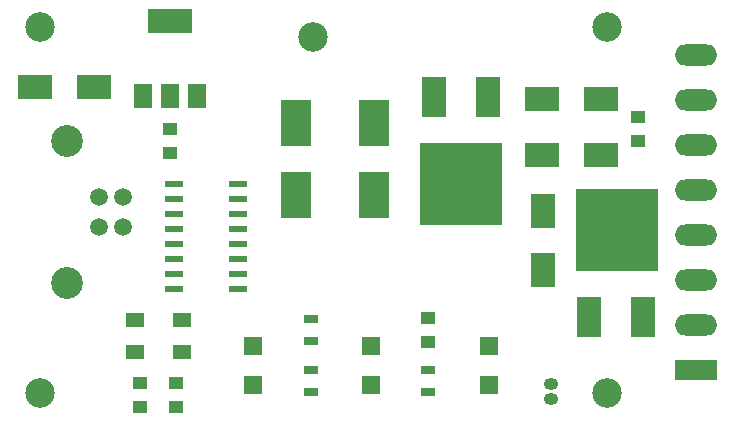
<source format=gbr>
G04 #@! TF.FileFunction,Soldermask,Top*
%FSLAX46Y46*%
G04 Gerber Fmt 4.6, Leading zero omitted, Abs format (unit mm)*
G04 Created by KiCad (PCBNEW 4.0.6) date Sun Aug 12 18:17:32 2018*
%MOMM*%
%LPD*%
G01*
G04 APERTURE LIST*
%ADD10C,0.100000*%
%ADD11R,3.800000X2.000000*%
%ADD12R,1.500000X2.000000*%
%ADD13R,2.500000X4.000000*%
%ADD14R,2.000000X3.500000*%
%ADD15R,7.000000X7.000000*%
%ADD16R,1.250000X1.000000*%
%ADD17C,2.500000*%
%ADD18R,3.600000X1.800000*%
%ADD19O,3.600000X1.800000*%
%ADD20C,1.520000*%
%ADD21C,2.700000*%
%ADD22O,1.200000X1.000000*%
%ADD23R,1.500000X1.500000*%
%ADD24R,1.500000X0.600000*%
%ADD25R,1.300000X0.700000*%
%ADD26R,2.000000X3.000000*%
%ADD27R,1.600000X1.300000*%
%ADD28R,3.000000X2.000000*%
G04 APERTURE END LIST*
D10*
D11*
X15500000Y36150000D03*
D12*
X15500000Y29850000D03*
X17800000Y29850000D03*
X13200000Y29850000D03*
D13*
X26148000Y27570000D03*
X26148000Y21470000D03*
X32752000Y27570000D03*
X32752000Y21470000D03*
D14*
X51010000Y11100000D03*
X55590000Y11100000D03*
D15*
X53310000Y18500000D03*
D16*
X15480000Y27044000D03*
X15480000Y25044000D03*
D17*
X27650000Y34800000D03*
D18*
X60000000Y6665000D03*
D19*
X60000000Y10475000D03*
X60000000Y14285000D03*
X60000000Y18095000D03*
X60000000Y21905000D03*
X60000000Y25715000D03*
X60000000Y29525000D03*
X60000000Y33335000D03*
D20*
X11500000Y21270000D03*
X11500000Y18730000D03*
X9500000Y18730000D03*
X9500000Y21270000D03*
D21*
X6800000Y26000000D03*
X6800000Y14000000D03*
D17*
X52500000Y4700000D03*
X52500000Y35700000D03*
X4500000Y4700000D03*
X4500000Y35700000D03*
D22*
X47738000Y5470000D03*
X47738000Y4200000D03*
D23*
X22500000Y5350000D03*
X22500000Y8650000D03*
X32500000Y5350000D03*
X32500000Y8650000D03*
X42500000Y5350000D03*
X42500000Y8650000D03*
D24*
X15828000Y22361000D03*
X15828000Y21091000D03*
X15828000Y19821000D03*
X15828000Y18551000D03*
X15828000Y17281000D03*
X15828000Y16011000D03*
X15828000Y14741000D03*
X15828000Y13471000D03*
X21228000Y13471000D03*
X21228000Y14741000D03*
X21228000Y16011000D03*
X21228000Y17281000D03*
X21228000Y18551000D03*
X21228000Y19821000D03*
X21228000Y21091000D03*
X21228000Y22361000D03*
D16*
X55104000Y26060000D03*
X55104000Y28060000D03*
X37324000Y9000000D03*
X37324000Y11000000D03*
X13000000Y3500000D03*
X13000000Y5500000D03*
X16000000Y3500000D03*
X16000000Y5500000D03*
D25*
X27418000Y9092000D03*
X27418000Y10992000D03*
X27418000Y4774000D03*
X27418000Y6674000D03*
X37324000Y4774000D03*
X37324000Y6674000D03*
D14*
X42408000Y29744000D03*
X37828000Y29744000D03*
D15*
X40108000Y22344000D03*
D26*
X47100000Y15100000D03*
X47100000Y20100000D03*
D27*
X12500000Y8150000D03*
X16500000Y8150000D03*
X16500000Y10850000D03*
X12500000Y10850000D03*
D28*
X9090000Y30616000D03*
X4090000Y30616000D03*
X47016000Y29600000D03*
X52016000Y29600000D03*
X47000000Y24800000D03*
X52000000Y24800000D03*
M02*

</source>
